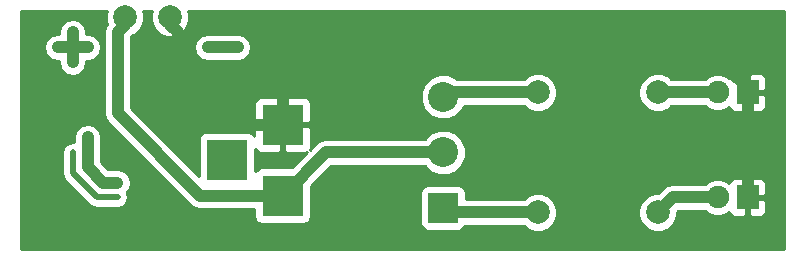
<source format=gbr>
G04 #@! TF.FileFunction,Copper,L1,Top,Signal*
%FSLAX46Y46*%
G04 Gerber Fmt 4.6, Leading zero omitted, Abs format (unit mm)*
G04 Created by KiCad (PCBNEW 4.0.2-stable) date Wednesday, 27 July 2016 'pmt' 13:43:49*
%MOMM*%
G01*
G04 APERTURE LIST*
%ADD10C,0.100000*%
%ADD11C,1.998980*%
%ADD12R,1.900000X2.000000*%
%ADD13C,1.900000*%
%ADD14R,3.500120X3.500120*%
%ADD15R,2.540000X2.540000*%
%ADD16C,2.540000*%
%ADD17C,1.000000*%
%ADD18C,0.500000*%
%ADD19C,0.254000*%
G04 APERTURE END LIST*
D10*
D11*
X126365000Y-78740000D03*
X130175000Y-78740000D03*
D12*
X179070000Y-85090000D03*
D13*
X176530000Y-85090000D03*
D11*
X161290000Y-85090000D03*
X171450000Y-85090000D03*
X161290000Y-95250000D03*
X171450000Y-95250000D03*
D14*
X139700000Y-93830140D03*
X139700000Y-87830660D03*
X135001000Y-90830400D03*
D12*
X179070000Y-93980000D03*
D13*
X176530000Y-93980000D03*
D15*
X153289000Y-94869000D03*
D16*
X153289000Y-90170000D03*
X153289000Y-85471000D03*
D17*
X124479990Y-92729990D02*
X125710010Y-92729990D01*
D18*
X123962218Y-93980000D02*
X121920000Y-91937782D01*
X125730000Y-93980000D02*
X123962218Y-93980000D01*
X121920000Y-91937782D02*
X121920000Y-90170000D01*
D17*
X123190000Y-88900000D02*
X123190000Y-91440000D01*
X123190000Y-91440000D02*
X124479990Y-92729990D01*
X134620000Y-81280000D02*
X133350000Y-81280000D01*
X121920000Y-81280000D02*
X121920000Y-82550000D01*
X121920000Y-81280000D02*
X121920000Y-80010000D01*
X123190000Y-81280000D02*
X121920000Y-81280000D01*
X120650000Y-81280000D02*
X123190000Y-81280000D01*
X134620000Y-81280000D02*
X135890000Y-81280000D01*
X126365000Y-78740000D02*
X126365000Y-79375000D01*
X126365000Y-79375000D02*
X125730000Y-80010000D01*
X125730000Y-86859522D02*
X125730000Y-80010000D01*
X139700000Y-93830140D02*
X132700618Y-93830140D01*
X132700618Y-93830140D02*
X125730000Y-86859522D01*
X153289000Y-90170000D02*
X143360140Y-90170000D01*
X143360140Y-90170000D02*
X139700000Y-93830140D01*
X130175000Y-78740000D02*
X130175000Y-79375000D01*
X130175000Y-79375000D02*
X130810000Y-80010000D01*
X130810000Y-85090000D02*
X130810000Y-80010000D01*
X133550660Y-87830660D02*
X130810000Y-85090000D01*
X139700000Y-87830660D02*
X133550660Y-87830660D01*
X179070000Y-85090000D02*
X179070000Y-93980000D01*
X139700000Y-87830660D02*
X139700000Y-85080600D01*
X139700000Y-85080600D02*
X141690091Y-83090509D01*
X141690091Y-83090509D02*
X177416511Y-83090509D01*
X179070000Y-84743998D02*
X179070000Y-85090000D01*
X177416511Y-83090509D02*
X179070000Y-84743998D01*
X176530000Y-85090000D02*
X171450000Y-85090000D01*
X176530000Y-93980000D02*
X172720000Y-93980000D01*
X172720000Y-93980000D02*
X171450000Y-95250000D01*
X161290000Y-85090000D02*
X153670000Y-85090000D01*
X153670000Y-85090000D02*
X153289000Y-85471000D01*
X161290000Y-95250000D02*
X153670000Y-95250000D01*
X153670000Y-95250000D02*
X153289000Y-94869000D01*
D19*
G36*
X124730794Y-78413453D02*
X124730226Y-79063694D01*
X124842278Y-79334879D01*
X124681397Y-79575654D01*
X124595000Y-80010000D01*
X124595000Y-86859522D01*
X124681397Y-87293868D01*
X124849138Y-87544910D01*
X124927434Y-87662088D01*
X131898052Y-94632707D01*
X132266273Y-94878744D01*
X132700618Y-94965140D01*
X137302500Y-94965140D01*
X137302500Y-95580200D01*
X137346778Y-95815517D01*
X137485850Y-96031641D01*
X137698050Y-96176631D01*
X137949940Y-96227640D01*
X141450060Y-96227640D01*
X141685377Y-96183362D01*
X141901501Y-96044290D01*
X142046491Y-95832090D01*
X142097500Y-95580200D01*
X142097500Y-93599000D01*
X151371560Y-93599000D01*
X151371560Y-96139000D01*
X151415838Y-96374317D01*
X151554910Y-96590441D01*
X151767110Y-96735431D01*
X152019000Y-96786440D01*
X154559000Y-96786440D01*
X154794317Y-96742162D01*
X155010441Y-96603090D01*
X155155431Y-96390890D01*
X155156624Y-96385000D01*
X160113516Y-96385000D01*
X160362927Y-96634846D01*
X160963453Y-96884206D01*
X161613694Y-96884774D01*
X162214655Y-96636462D01*
X162674846Y-96177073D01*
X162924206Y-95576547D01*
X162924208Y-95573694D01*
X169815226Y-95573694D01*
X170063538Y-96174655D01*
X170522927Y-96634846D01*
X171123453Y-96884206D01*
X171773694Y-96884774D01*
X172374655Y-96636462D01*
X172834846Y-96177073D01*
X173084206Y-95576547D01*
X173084517Y-95220615D01*
X173190132Y-95115000D01*
X175423446Y-95115000D01*
X175630997Y-95322914D01*
X176213341Y-95564724D01*
X176843893Y-95565275D01*
X177426657Y-95324481D01*
X177531867Y-95219455D01*
X177581673Y-95339698D01*
X177760301Y-95518327D01*
X177993690Y-95615000D01*
X178784250Y-95615000D01*
X178943000Y-95456250D01*
X178943000Y-94107000D01*
X179197000Y-94107000D01*
X179197000Y-95456250D01*
X179355750Y-95615000D01*
X180146310Y-95615000D01*
X180379699Y-95518327D01*
X180558327Y-95339698D01*
X180655000Y-95106309D01*
X180655000Y-94265750D01*
X180496250Y-94107000D01*
X179197000Y-94107000D01*
X178943000Y-94107000D01*
X178923000Y-94107000D01*
X178923000Y-93853000D01*
X178943000Y-93853000D01*
X178943000Y-92503750D01*
X179197000Y-92503750D01*
X179197000Y-93853000D01*
X180496250Y-93853000D01*
X180655000Y-93694250D01*
X180655000Y-92853691D01*
X180558327Y-92620302D01*
X180379699Y-92441673D01*
X180146310Y-92345000D01*
X179355750Y-92345000D01*
X179197000Y-92503750D01*
X178943000Y-92503750D01*
X178784250Y-92345000D01*
X177993690Y-92345000D01*
X177760301Y-92441673D01*
X177581673Y-92620302D01*
X177531988Y-92740251D01*
X177429003Y-92637086D01*
X176846659Y-92395276D01*
X176216107Y-92394725D01*
X175633343Y-92635519D01*
X175423496Y-92845000D01*
X172720000Y-92845000D01*
X172285654Y-92931397D01*
X172116309Y-93044550D01*
X171917434Y-93177434D01*
X171479334Y-93615534D01*
X171126306Y-93615226D01*
X170525345Y-93863538D01*
X170065154Y-94322927D01*
X169815794Y-94923453D01*
X169815226Y-95573694D01*
X162924208Y-95573694D01*
X162924774Y-94926306D01*
X162676462Y-94325345D01*
X162217073Y-93865154D01*
X161616547Y-93615794D01*
X160966306Y-93615226D01*
X160365345Y-93863538D01*
X160113444Y-94115000D01*
X155206440Y-94115000D01*
X155206440Y-93599000D01*
X155162162Y-93363683D01*
X155023090Y-93147559D01*
X154810890Y-93002569D01*
X154559000Y-92951560D01*
X152019000Y-92951560D01*
X151783683Y-92995838D01*
X151567559Y-93134910D01*
X151422569Y-93347110D01*
X151371560Y-93599000D01*
X142097500Y-93599000D01*
X142097500Y-93037772D01*
X143830272Y-91305000D01*
X151730292Y-91305000D01*
X152208495Y-91784039D01*
X152908410Y-92074668D01*
X153666265Y-92075330D01*
X154366686Y-91785922D01*
X154903039Y-91250505D01*
X155193668Y-90550590D01*
X155194330Y-89792735D01*
X154904922Y-89092314D01*
X154369505Y-88555961D01*
X153669590Y-88265332D01*
X152911735Y-88264670D01*
X152211314Y-88554078D01*
X151729551Y-89035000D01*
X143360140Y-89035000D01*
X142925795Y-89121396D01*
X142557574Y-89367434D01*
X141991072Y-89933936D01*
X142085060Y-89707029D01*
X142085060Y-88116410D01*
X141926310Y-87957660D01*
X139827000Y-87957660D01*
X139827000Y-90056970D01*
X139985750Y-90215720D01*
X141576370Y-90215720D01*
X141803275Y-90121733D01*
X140492368Y-91432640D01*
X137949940Y-91432640D01*
X137714623Y-91476918D01*
X137498499Y-91615990D01*
X137398500Y-91762343D01*
X137398500Y-89908760D01*
X137411613Y-89940418D01*
X137590241Y-90119047D01*
X137823630Y-90215720D01*
X139414250Y-90215720D01*
X139573000Y-90056970D01*
X139573000Y-87957660D01*
X137473690Y-87957660D01*
X137314940Y-88116410D01*
X137314940Y-88783977D01*
X137215150Y-88628899D01*
X137002950Y-88483909D01*
X136751060Y-88432900D01*
X133250940Y-88432900D01*
X133015623Y-88477178D01*
X132799499Y-88616250D01*
X132654509Y-88828450D01*
X132603500Y-89080340D01*
X132603500Y-92127889D01*
X126865000Y-86389390D01*
X126865000Y-85954291D01*
X137314940Y-85954291D01*
X137314940Y-87544910D01*
X137473690Y-87703660D01*
X139573000Y-87703660D01*
X139573000Y-85604350D01*
X139827000Y-85604350D01*
X139827000Y-87703660D01*
X141926310Y-87703660D01*
X142085060Y-87544910D01*
X142085060Y-85954291D01*
X142041143Y-85848265D01*
X151383670Y-85848265D01*
X151673078Y-86548686D01*
X152208495Y-87085039D01*
X152908410Y-87375668D01*
X153666265Y-87376330D01*
X154366686Y-87086922D01*
X154903039Y-86551505D01*
X155038615Y-86225000D01*
X160113516Y-86225000D01*
X160362927Y-86474846D01*
X160963453Y-86724206D01*
X161613694Y-86724774D01*
X162214655Y-86476462D01*
X162674846Y-86017073D01*
X162924206Y-85416547D01*
X162924208Y-85413694D01*
X169815226Y-85413694D01*
X170063538Y-86014655D01*
X170522927Y-86474846D01*
X171123453Y-86724206D01*
X171773694Y-86724774D01*
X172374655Y-86476462D01*
X172626556Y-86225000D01*
X175423446Y-86225000D01*
X175630997Y-86432914D01*
X176213341Y-86674724D01*
X176843893Y-86675275D01*
X177426657Y-86434481D01*
X177531867Y-86329455D01*
X177581673Y-86449698D01*
X177760301Y-86628327D01*
X177993690Y-86725000D01*
X178784250Y-86725000D01*
X178943000Y-86566250D01*
X178943000Y-85217000D01*
X179197000Y-85217000D01*
X179197000Y-86566250D01*
X179355750Y-86725000D01*
X180146310Y-86725000D01*
X180379699Y-86628327D01*
X180558327Y-86449698D01*
X180655000Y-86216309D01*
X180655000Y-85375750D01*
X180496250Y-85217000D01*
X179197000Y-85217000D01*
X178943000Y-85217000D01*
X178923000Y-85217000D01*
X178923000Y-84963000D01*
X178943000Y-84963000D01*
X178943000Y-83613750D01*
X179197000Y-83613750D01*
X179197000Y-84963000D01*
X180496250Y-84963000D01*
X180655000Y-84804250D01*
X180655000Y-83963691D01*
X180558327Y-83730302D01*
X180379699Y-83551673D01*
X180146310Y-83455000D01*
X179355750Y-83455000D01*
X179197000Y-83613750D01*
X178943000Y-83613750D01*
X178784250Y-83455000D01*
X177993690Y-83455000D01*
X177760301Y-83551673D01*
X177581673Y-83730302D01*
X177531988Y-83850251D01*
X177429003Y-83747086D01*
X176846659Y-83505276D01*
X176216107Y-83504725D01*
X175633343Y-83745519D01*
X175423496Y-83955000D01*
X172626484Y-83955000D01*
X172377073Y-83705154D01*
X171776547Y-83455794D01*
X171126306Y-83455226D01*
X170525345Y-83703538D01*
X170065154Y-84162927D01*
X169815794Y-84763453D01*
X169815226Y-85413694D01*
X162924208Y-85413694D01*
X162924774Y-84766306D01*
X162676462Y-84165345D01*
X162217073Y-83705154D01*
X161616547Y-83455794D01*
X160966306Y-83455226D01*
X160365345Y-83703538D01*
X160113444Y-83955000D01*
X154467373Y-83955000D01*
X154369505Y-83856961D01*
X153669590Y-83566332D01*
X152911735Y-83565670D01*
X152211314Y-83855078D01*
X151674961Y-84390495D01*
X151384332Y-85090410D01*
X151383670Y-85848265D01*
X142041143Y-85848265D01*
X141988387Y-85720902D01*
X141809759Y-85542273D01*
X141576370Y-85445600D01*
X139985750Y-85445600D01*
X139827000Y-85604350D01*
X139573000Y-85604350D01*
X139414250Y-85445600D01*
X137823630Y-85445600D01*
X137590241Y-85542273D01*
X137411613Y-85720902D01*
X137314940Y-85954291D01*
X126865000Y-85954291D01*
X126865000Y-81280000D01*
X132215000Y-81280000D01*
X132301397Y-81714346D01*
X132547434Y-82082566D01*
X132915654Y-82328603D01*
X133350000Y-82415000D01*
X135890000Y-82415000D01*
X136324346Y-82328603D01*
X136692566Y-82082566D01*
X136938603Y-81714346D01*
X137025000Y-81280000D01*
X136938603Y-80845654D01*
X136692566Y-80477434D01*
X136324346Y-80231397D01*
X135890000Y-80145000D01*
X133350000Y-80145000D01*
X132915654Y-80231397D01*
X132547434Y-80477434D01*
X132301397Y-80845654D01*
X132215000Y-81280000D01*
X126865000Y-81280000D01*
X126865000Y-80301926D01*
X127289655Y-80126462D01*
X127749846Y-79667073D01*
X127999206Y-79066547D01*
X127999774Y-78416306D01*
X127891805Y-78155000D01*
X128648113Y-78155000D01*
X128540794Y-78413453D01*
X128540226Y-79063694D01*
X128788538Y-79664655D01*
X129247927Y-80124846D01*
X129848453Y-80374206D01*
X130498694Y-80374774D01*
X131099655Y-80126462D01*
X131559846Y-79667073D01*
X131809206Y-79066547D01*
X131809774Y-78416306D01*
X131701805Y-78155000D01*
X182195000Y-78155000D01*
X182195000Y-98375000D01*
X117525000Y-98375000D01*
X117525000Y-91937782D01*
X121034999Y-91937782D01*
X121091190Y-92220266D01*
X121102367Y-92276457D01*
X121294210Y-92563572D01*
X123336426Y-94605787D01*
X123336428Y-94605790D01*
X123623543Y-94797633D01*
X123962218Y-94865000D01*
X125730000Y-94865000D01*
X126068675Y-94797633D01*
X126355790Y-94605790D01*
X126547633Y-94318675D01*
X126615000Y-93980000D01*
X126547633Y-93641325D01*
X126486568Y-93549934D01*
X126512576Y-93532556D01*
X126758613Y-93164336D01*
X126845010Y-92729990D01*
X126758613Y-92295644D01*
X126512576Y-91927424D01*
X126144356Y-91681387D01*
X125710010Y-91594990D01*
X124950122Y-91594990D01*
X124325000Y-90969868D01*
X124325000Y-88900000D01*
X124238603Y-88465654D01*
X123992566Y-88097434D01*
X123624346Y-87851397D01*
X123190000Y-87765000D01*
X122755654Y-87851397D01*
X122387434Y-88097434D01*
X122141397Y-88465654D01*
X122055000Y-88900000D01*
X122055000Y-89311853D01*
X121920000Y-89285000D01*
X121581325Y-89352367D01*
X121294210Y-89544210D01*
X121102367Y-89831325D01*
X121035000Y-90170000D01*
X121035000Y-91937777D01*
X121034999Y-91937782D01*
X117525000Y-91937782D01*
X117525000Y-81280000D01*
X119515000Y-81280000D01*
X119601397Y-81714346D01*
X119847434Y-82082566D01*
X120215654Y-82328603D01*
X120650000Y-82415000D01*
X120785000Y-82415000D01*
X120785000Y-82550000D01*
X120871397Y-82984346D01*
X121117434Y-83352566D01*
X121485654Y-83598603D01*
X121920000Y-83685000D01*
X122354346Y-83598603D01*
X122722566Y-83352566D01*
X122968603Y-82984346D01*
X123055000Y-82550000D01*
X123055000Y-82415000D01*
X123190000Y-82415000D01*
X123624346Y-82328603D01*
X123992566Y-82082566D01*
X124238603Y-81714346D01*
X124325000Y-81280000D01*
X124238603Y-80845654D01*
X123992566Y-80477434D01*
X123624346Y-80231397D01*
X123190000Y-80145000D01*
X123055000Y-80145000D01*
X123055000Y-80010000D01*
X122968603Y-79575654D01*
X122722566Y-79207434D01*
X122354346Y-78961397D01*
X121920000Y-78875000D01*
X121485654Y-78961397D01*
X121117434Y-79207434D01*
X120871397Y-79575654D01*
X120785000Y-80010000D01*
X120785000Y-80145000D01*
X120650000Y-80145000D01*
X120215654Y-80231397D01*
X119847434Y-80477434D01*
X119601397Y-80845654D01*
X119515000Y-81280000D01*
X117525000Y-81280000D01*
X117525000Y-78155000D01*
X124838113Y-78155000D01*
X124730794Y-78413453D01*
X124730794Y-78413453D01*
G37*
X124730794Y-78413453D02*
X124730226Y-79063694D01*
X124842278Y-79334879D01*
X124681397Y-79575654D01*
X124595000Y-80010000D01*
X124595000Y-86859522D01*
X124681397Y-87293868D01*
X124849138Y-87544910D01*
X124927434Y-87662088D01*
X131898052Y-94632707D01*
X132266273Y-94878744D01*
X132700618Y-94965140D01*
X137302500Y-94965140D01*
X137302500Y-95580200D01*
X137346778Y-95815517D01*
X137485850Y-96031641D01*
X137698050Y-96176631D01*
X137949940Y-96227640D01*
X141450060Y-96227640D01*
X141685377Y-96183362D01*
X141901501Y-96044290D01*
X142046491Y-95832090D01*
X142097500Y-95580200D01*
X142097500Y-93599000D01*
X151371560Y-93599000D01*
X151371560Y-96139000D01*
X151415838Y-96374317D01*
X151554910Y-96590441D01*
X151767110Y-96735431D01*
X152019000Y-96786440D01*
X154559000Y-96786440D01*
X154794317Y-96742162D01*
X155010441Y-96603090D01*
X155155431Y-96390890D01*
X155156624Y-96385000D01*
X160113516Y-96385000D01*
X160362927Y-96634846D01*
X160963453Y-96884206D01*
X161613694Y-96884774D01*
X162214655Y-96636462D01*
X162674846Y-96177073D01*
X162924206Y-95576547D01*
X162924208Y-95573694D01*
X169815226Y-95573694D01*
X170063538Y-96174655D01*
X170522927Y-96634846D01*
X171123453Y-96884206D01*
X171773694Y-96884774D01*
X172374655Y-96636462D01*
X172834846Y-96177073D01*
X173084206Y-95576547D01*
X173084517Y-95220615D01*
X173190132Y-95115000D01*
X175423446Y-95115000D01*
X175630997Y-95322914D01*
X176213341Y-95564724D01*
X176843893Y-95565275D01*
X177426657Y-95324481D01*
X177531867Y-95219455D01*
X177581673Y-95339698D01*
X177760301Y-95518327D01*
X177993690Y-95615000D01*
X178784250Y-95615000D01*
X178943000Y-95456250D01*
X178943000Y-94107000D01*
X179197000Y-94107000D01*
X179197000Y-95456250D01*
X179355750Y-95615000D01*
X180146310Y-95615000D01*
X180379699Y-95518327D01*
X180558327Y-95339698D01*
X180655000Y-95106309D01*
X180655000Y-94265750D01*
X180496250Y-94107000D01*
X179197000Y-94107000D01*
X178943000Y-94107000D01*
X178923000Y-94107000D01*
X178923000Y-93853000D01*
X178943000Y-93853000D01*
X178943000Y-92503750D01*
X179197000Y-92503750D01*
X179197000Y-93853000D01*
X180496250Y-93853000D01*
X180655000Y-93694250D01*
X180655000Y-92853691D01*
X180558327Y-92620302D01*
X180379699Y-92441673D01*
X180146310Y-92345000D01*
X179355750Y-92345000D01*
X179197000Y-92503750D01*
X178943000Y-92503750D01*
X178784250Y-92345000D01*
X177993690Y-92345000D01*
X177760301Y-92441673D01*
X177581673Y-92620302D01*
X177531988Y-92740251D01*
X177429003Y-92637086D01*
X176846659Y-92395276D01*
X176216107Y-92394725D01*
X175633343Y-92635519D01*
X175423496Y-92845000D01*
X172720000Y-92845000D01*
X172285654Y-92931397D01*
X172116309Y-93044550D01*
X171917434Y-93177434D01*
X171479334Y-93615534D01*
X171126306Y-93615226D01*
X170525345Y-93863538D01*
X170065154Y-94322927D01*
X169815794Y-94923453D01*
X169815226Y-95573694D01*
X162924208Y-95573694D01*
X162924774Y-94926306D01*
X162676462Y-94325345D01*
X162217073Y-93865154D01*
X161616547Y-93615794D01*
X160966306Y-93615226D01*
X160365345Y-93863538D01*
X160113444Y-94115000D01*
X155206440Y-94115000D01*
X155206440Y-93599000D01*
X155162162Y-93363683D01*
X155023090Y-93147559D01*
X154810890Y-93002569D01*
X154559000Y-92951560D01*
X152019000Y-92951560D01*
X151783683Y-92995838D01*
X151567559Y-93134910D01*
X151422569Y-93347110D01*
X151371560Y-93599000D01*
X142097500Y-93599000D01*
X142097500Y-93037772D01*
X143830272Y-91305000D01*
X151730292Y-91305000D01*
X152208495Y-91784039D01*
X152908410Y-92074668D01*
X153666265Y-92075330D01*
X154366686Y-91785922D01*
X154903039Y-91250505D01*
X155193668Y-90550590D01*
X155194330Y-89792735D01*
X154904922Y-89092314D01*
X154369505Y-88555961D01*
X153669590Y-88265332D01*
X152911735Y-88264670D01*
X152211314Y-88554078D01*
X151729551Y-89035000D01*
X143360140Y-89035000D01*
X142925795Y-89121396D01*
X142557574Y-89367434D01*
X141991072Y-89933936D01*
X142085060Y-89707029D01*
X142085060Y-88116410D01*
X141926310Y-87957660D01*
X139827000Y-87957660D01*
X139827000Y-90056970D01*
X139985750Y-90215720D01*
X141576370Y-90215720D01*
X141803275Y-90121733D01*
X140492368Y-91432640D01*
X137949940Y-91432640D01*
X137714623Y-91476918D01*
X137498499Y-91615990D01*
X137398500Y-91762343D01*
X137398500Y-89908760D01*
X137411613Y-89940418D01*
X137590241Y-90119047D01*
X137823630Y-90215720D01*
X139414250Y-90215720D01*
X139573000Y-90056970D01*
X139573000Y-87957660D01*
X137473690Y-87957660D01*
X137314940Y-88116410D01*
X137314940Y-88783977D01*
X137215150Y-88628899D01*
X137002950Y-88483909D01*
X136751060Y-88432900D01*
X133250940Y-88432900D01*
X133015623Y-88477178D01*
X132799499Y-88616250D01*
X132654509Y-88828450D01*
X132603500Y-89080340D01*
X132603500Y-92127889D01*
X126865000Y-86389390D01*
X126865000Y-85954291D01*
X137314940Y-85954291D01*
X137314940Y-87544910D01*
X137473690Y-87703660D01*
X139573000Y-87703660D01*
X139573000Y-85604350D01*
X139827000Y-85604350D01*
X139827000Y-87703660D01*
X141926310Y-87703660D01*
X142085060Y-87544910D01*
X142085060Y-85954291D01*
X142041143Y-85848265D01*
X151383670Y-85848265D01*
X151673078Y-86548686D01*
X152208495Y-87085039D01*
X152908410Y-87375668D01*
X153666265Y-87376330D01*
X154366686Y-87086922D01*
X154903039Y-86551505D01*
X155038615Y-86225000D01*
X160113516Y-86225000D01*
X160362927Y-86474846D01*
X160963453Y-86724206D01*
X161613694Y-86724774D01*
X162214655Y-86476462D01*
X162674846Y-86017073D01*
X162924206Y-85416547D01*
X162924208Y-85413694D01*
X169815226Y-85413694D01*
X170063538Y-86014655D01*
X170522927Y-86474846D01*
X171123453Y-86724206D01*
X171773694Y-86724774D01*
X172374655Y-86476462D01*
X172626556Y-86225000D01*
X175423446Y-86225000D01*
X175630997Y-86432914D01*
X176213341Y-86674724D01*
X176843893Y-86675275D01*
X177426657Y-86434481D01*
X177531867Y-86329455D01*
X177581673Y-86449698D01*
X177760301Y-86628327D01*
X177993690Y-86725000D01*
X178784250Y-86725000D01*
X178943000Y-86566250D01*
X178943000Y-85217000D01*
X179197000Y-85217000D01*
X179197000Y-86566250D01*
X179355750Y-86725000D01*
X180146310Y-86725000D01*
X180379699Y-86628327D01*
X180558327Y-86449698D01*
X180655000Y-86216309D01*
X180655000Y-85375750D01*
X180496250Y-85217000D01*
X179197000Y-85217000D01*
X178943000Y-85217000D01*
X178923000Y-85217000D01*
X178923000Y-84963000D01*
X178943000Y-84963000D01*
X178943000Y-83613750D01*
X179197000Y-83613750D01*
X179197000Y-84963000D01*
X180496250Y-84963000D01*
X180655000Y-84804250D01*
X180655000Y-83963691D01*
X180558327Y-83730302D01*
X180379699Y-83551673D01*
X180146310Y-83455000D01*
X179355750Y-83455000D01*
X179197000Y-83613750D01*
X178943000Y-83613750D01*
X178784250Y-83455000D01*
X177993690Y-83455000D01*
X177760301Y-83551673D01*
X177581673Y-83730302D01*
X177531988Y-83850251D01*
X177429003Y-83747086D01*
X176846659Y-83505276D01*
X176216107Y-83504725D01*
X175633343Y-83745519D01*
X175423496Y-83955000D01*
X172626484Y-83955000D01*
X172377073Y-83705154D01*
X171776547Y-83455794D01*
X171126306Y-83455226D01*
X170525345Y-83703538D01*
X170065154Y-84162927D01*
X169815794Y-84763453D01*
X169815226Y-85413694D01*
X162924208Y-85413694D01*
X162924774Y-84766306D01*
X162676462Y-84165345D01*
X162217073Y-83705154D01*
X161616547Y-83455794D01*
X160966306Y-83455226D01*
X160365345Y-83703538D01*
X160113444Y-83955000D01*
X154467373Y-83955000D01*
X154369505Y-83856961D01*
X153669590Y-83566332D01*
X152911735Y-83565670D01*
X152211314Y-83855078D01*
X151674961Y-84390495D01*
X151384332Y-85090410D01*
X151383670Y-85848265D01*
X142041143Y-85848265D01*
X141988387Y-85720902D01*
X141809759Y-85542273D01*
X141576370Y-85445600D01*
X139985750Y-85445600D01*
X139827000Y-85604350D01*
X139573000Y-85604350D01*
X139414250Y-85445600D01*
X137823630Y-85445600D01*
X137590241Y-85542273D01*
X137411613Y-85720902D01*
X137314940Y-85954291D01*
X126865000Y-85954291D01*
X126865000Y-81280000D01*
X132215000Y-81280000D01*
X132301397Y-81714346D01*
X132547434Y-82082566D01*
X132915654Y-82328603D01*
X133350000Y-82415000D01*
X135890000Y-82415000D01*
X136324346Y-82328603D01*
X136692566Y-82082566D01*
X136938603Y-81714346D01*
X137025000Y-81280000D01*
X136938603Y-80845654D01*
X136692566Y-80477434D01*
X136324346Y-80231397D01*
X135890000Y-80145000D01*
X133350000Y-80145000D01*
X132915654Y-80231397D01*
X132547434Y-80477434D01*
X132301397Y-80845654D01*
X132215000Y-81280000D01*
X126865000Y-81280000D01*
X126865000Y-80301926D01*
X127289655Y-80126462D01*
X127749846Y-79667073D01*
X127999206Y-79066547D01*
X127999774Y-78416306D01*
X127891805Y-78155000D01*
X128648113Y-78155000D01*
X128540794Y-78413453D01*
X128540226Y-79063694D01*
X128788538Y-79664655D01*
X129247927Y-80124846D01*
X129848453Y-80374206D01*
X130498694Y-80374774D01*
X131099655Y-80126462D01*
X131559846Y-79667073D01*
X131809206Y-79066547D01*
X131809774Y-78416306D01*
X131701805Y-78155000D01*
X182195000Y-78155000D01*
X182195000Y-98375000D01*
X117525000Y-98375000D01*
X117525000Y-91937782D01*
X121034999Y-91937782D01*
X121091190Y-92220266D01*
X121102367Y-92276457D01*
X121294210Y-92563572D01*
X123336426Y-94605787D01*
X123336428Y-94605790D01*
X123623543Y-94797633D01*
X123962218Y-94865000D01*
X125730000Y-94865000D01*
X126068675Y-94797633D01*
X126355790Y-94605790D01*
X126547633Y-94318675D01*
X126615000Y-93980000D01*
X126547633Y-93641325D01*
X126486568Y-93549934D01*
X126512576Y-93532556D01*
X126758613Y-93164336D01*
X126845010Y-92729990D01*
X126758613Y-92295644D01*
X126512576Y-91927424D01*
X126144356Y-91681387D01*
X125710010Y-91594990D01*
X124950122Y-91594990D01*
X124325000Y-90969868D01*
X124325000Y-88900000D01*
X124238603Y-88465654D01*
X123992566Y-88097434D01*
X123624346Y-87851397D01*
X123190000Y-87765000D01*
X122755654Y-87851397D01*
X122387434Y-88097434D01*
X122141397Y-88465654D01*
X122055000Y-88900000D01*
X122055000Y-89311853D01*
X121920000Y-89285000D01*
X121581325Y-89352367D01*
X121294210Y-89544210D01*
X121102367Y-89831325D01*
X121035000Y-90170000D01*
X121035000Y-91937777D01*
X121034999Y-91937782D01*
X117525000Y-91937782D01*
X117525000Y-81280000D01*
X119515000Y-81280000D01*
X119601397Y-81714346D01*
X119847434Y-82082566D01*
X120215654Y-82328603D01*
X120650000Y-82415000D01*
X120785000Y-82415000D01*
X120785000Y-82550000D01*
X120871397Y-82984346D01*
X121117434Y-83352566D01*
X121485654Y-83598603D01*
X121920000Y-83685000D01*
X122354346Y-83598603D01*
X122722566Y-83352566D01*
X122968603Y-82984346D01*
X123055000Y-82550000D01*
X123055000Y-82415000D01*
X123190000Y-82415000D01*
X123624346Y-82328603D01*
X123992566Y-82082566D01*
X124238603Y-81714346D01*
X124325000Y-81280000D01*
X124238603Y-80845654D01*
X123992566Y-80477434D01*
X123624346Y-80231397D01*
X123190000Y-80145000D01*
X123055000Y-80145000D01*
X123055000Y-80010000D01*
X122968603Y-79575654D01*
X122722566Y-79207434D01*
X122354346Y-78961397D01*
X121920000Y-78875000D01*
X121485654Y-78961397D01*
X121117434Y-79207434D01*
X120871397Y-79575654D01*
X120785000Y-80010000D01*
X120785000Y-80145000D01*
X120650000Y-80145000D01*
X120215654Y-80231397D01*
X119847434Y-80477434D01*
X119601397Y-80845654D01*
X119515000Y-81280000D01*
X117525000Y-81280000D01*
X117525000Y-78155000D01*
X124838113Y-78155000D01*
X124730794Y-78413453D01*
M02*

</source>
